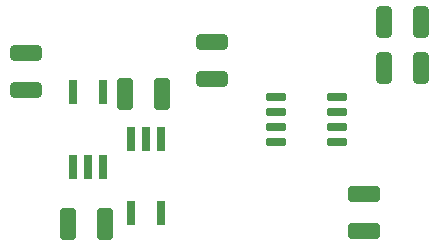
<source format=gbr>
%TF.GenerationSoftware,KiCad,Pcbnew,(6.0.5-0)*%
%TF.CreationDate,2024-08-31T12:48:39+10:00*%
%TF.ProjectId,AAPiHat,41415069-4861-4742-9e6b-696361645f70,rev?*%
%TF.SameCoordinates,Original*%
%TF.FileFunction,Paste,Bot*%
%TF.FilePolarity,Positive*%
%FSLAX46Y46*%
G04 Gerber Fmt 4.6, Leading zero omitted, Abs format (unit mm)*
G04 Created by KiCad (PCBNEW (6.0.5-0)) date 2024-08-31 12:48:39*
%MOMM*%
%LPD*%
G01*
G04 APERTURE LIST*
G04 Aperture macros list*
%AMRoundRect*
0 Rectangle with rounded corners*
0 $1 Rounding radius*
0 $2 $3 $4 $5 $6 $7 $8 $9 X,Y pos of 4 corners*
0 Add a 4 corners polygon primitive as box body*
4,1,4,$2,$3,$4,$5,$6,$7,$8,$9,$2,$3,0*
0 Add four circle primitives for the rounded corners*
1,1,$1+$1,$2,$3*
1,1,$1+$1,$4,$5*
1,1,$1+$1,$6,$7*
1,1,$1+$1,$8,$9*
0 Add four rect primitives between the rounded corners*
20,1,$1+$1,$2,$3,$4,$5,0*
20,1,$1+$1,$4,$5,$6,$7,0*
20,1,$1+$1,$6,$7,$8,$9,0*
20,1,$1+$1,$8,$9,$2,$3,0*%
G04 Aperture macros list end*
%ADD10RoundRect,0.250000X-0.412500X-1.100000X0.412500X-1.100000X0.412500X1.100000X-0.412500X1.100000X0*%
%ADD11RoundRect,0.250000X-1.075000X0.400000X-1.075000X-0.400000X1.075000X-0.400000X1.075000X0.400000X0*%
%ADD12R,0.640000X2.000000*%
%ADD13RoundRect,0.250000X0.412500X1.100000X-0.412500X1.100000X-0.412500X-1.100000X0.412500X-1.100000X0*%
%ADD14RoundRect,0.250000X0.400000X1.075000X-0.400000X1.075000X-0.400000X-1.075000X0.400000X-1.075000X0*%
%ADD15RoundRect,0.150000X-0.725000X-0.150000X0.725000X-0.150000X0.725000X0.150000X-0.725000X0.150000X0*%
%ADD16RoundRect,0.250000X-0.400000X-1.075000X0.400000X-1.075000X0.400000X1.075000X-0.400000X1.075000X0*%
%ADD17RoundRect,0.250000X-1.100000X0.412500X-1.100000X-0.412500X1.100000X-0.412500X1.100000X0.412500X0*%
G04 APERTURE END LIST*
D10*
%TO.C,C2*%
X56095500Y-105283000D03*
X59220500Y-105283000D03*
%TD*%
D11*
%TO.C,R2*%
X68326000Y-89890000D03*
X68326000Y-92990000D03*
%TD*%
D12*
%TO.C,U1*%
X64008000Y-104369000D03*
X61468000Y-104369000D03*
X61468000Y-98069000D03*
X62738000Y-98069000D03*
X64008000Y-98069000D03*
%TD*%
D11*
%TO.C,R1*%
X52578000Y-90779000D03*
X52578000Y-93879000D03*
%TD*%
D13*
%TO.C,C1*%
X64046500Y-94234000D03*
X60921500Y-94234000D03*
%TD*%
D12*
%TO.C,U2*%
X56515000Y-94132000D03*
X59055000Y-94132000D03*
X59055000Y-100432000D03*
X57785000Y-100432000D03*
X56515000Y-100432000D03*
%TD*%
D14*
%TO.C,R3*%
X86005000Y-88138000D03*
X82905000Y-88138000D03*
%TD*%
D15*
%TO.C,U3*%
X73752000Y-98298000D03*
X73752000Y-97028000D03*
X73752000Y-95758000D03*
X73752000Y-94488000D03*
X78902000Y-94488000D03*
X78902000Y-95758000D03*
X78902000Y-97028000D03*
X78902000Y-98298000D03*
%TD*%
D16*
%TO.C,R4*%
X82905000Y-92075000D03*
X86005000Y-92075000D03*
%TD*%
D17*
%TO.C,C3*%
X81153000Y-102704500D03*
X81153000Y-105829500D03*
%TD*%
M02*

</source>
